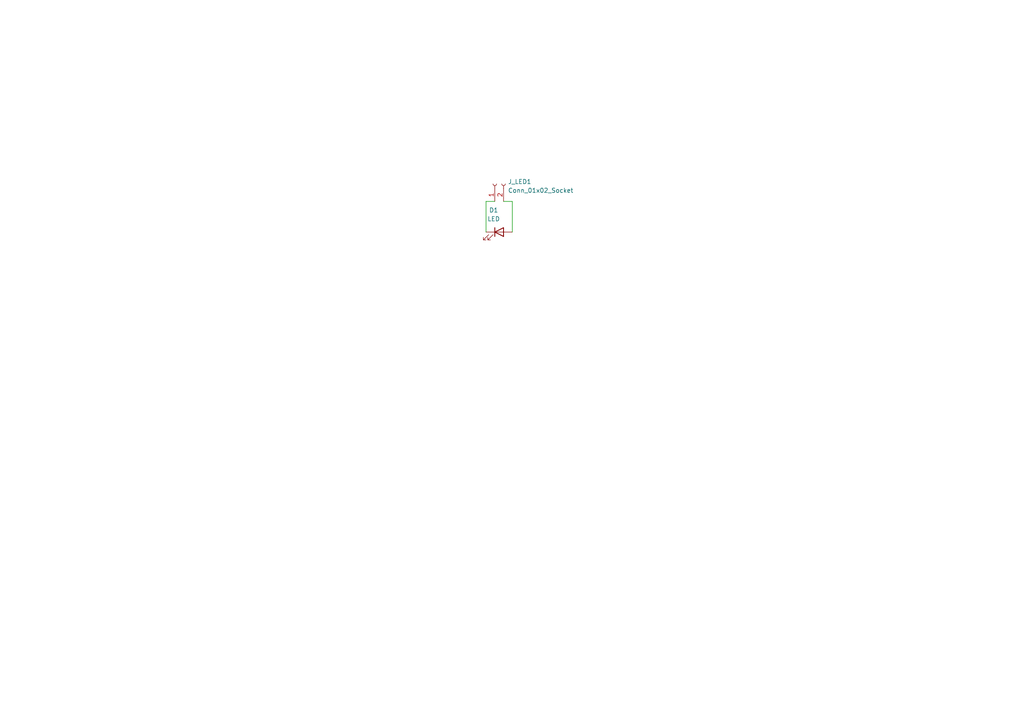
<source format=kicad_sch>
(kicad_sch (version 20231120) (generator "eeschema") (generator_version "8.0")
  (paper "A4")
  (lib_symbols
    (symbol "Connector:Conn_01x02_Socket" (pin_names (offset 1.016) hide)
      (property "Reference" "J" (at 0 2.54 0))
      (property "Value" "Conn_01x02_Socket" (at 0 -5.08 0))
      (symbol "Conn_01x02_Socket_1_1"
        (arc (start 0 -2.032) (mid -0.5058 -2.54) (end 0 -3.048) (stroke (width 0.1524)))
        (polyline (pts (xy -1.27 -2.54) (xy -0.508 -2.54)) (stroke (width 0.1524)))
        (polyline (pts (xy -1.27 0) (xy -0.508 0)) (stroke (width 0.1524)))
        (arc (start 0 0.508) (mid -0.5058 0) (end 0 -0.508) (stroke (width 0.1524)))
        (pin passive line (at -5.08 0 0) (length 3.81) (name "Pin_1") (number "1"))
        (pin passive line (at -5.08 -2.54 0) (length 3.81) (name "Pin_2") (number "2"))
      )
    )
    (symbol "Device:LED" (pin_numbers hide) (pin_names (offset 1.016) hide)
      (property "Reference" "D" (at 0 2.54 0))
      (property "Value" "LED" (at 0 -2.54 0))
      (symbol "LED_0_1"
        (polyline (pts (xy -1.27 -1.27) (xy -1.27 1.27)) (stroke (width 0.254)))
        (polyline (pts (xy -1.27 0) (xy 1.27 0)))
        (polyline (pts (xy 1.27 -1.27) (xy 1.27 1.27) (xy -1.27 0) (xy 1.27 -1.27)) (stroke (width 0.254)))
        (polyline (pts (xy -3.048 -0.762) (xy -4.572 -2.286) (xy -3.81 -2.286) (xy -4.572 -2.286) (xy -4.572 -1.524)))
        (polyline (pts (xy -1.778 -0.762) (xy -3.302 -2.286) (xy -2.54 -2.286) (xy -3.302 -2.286) (xy -3.302 -1.524)))
      )
      (symbol "LED_1_1"
        (pin passive line (at -3.81 0 0) (length 2.54) (name "K") (number "1"))
        (pin passive line (at 3.81 0 180) (length 2.54) (name "A") (number "2"))
      )
    )
  )
  (wire (pts (xy 148.59 58.42) (xy 148.59 67.31)))
  (wire (pts (xy 140.97 58.42) (xy 143.51 58.42)))
  (wire (pts (xy 146.05 58.42) (xy 148.59 58.42)))
  (wire (pts (xy 140.97 67.31) (xy 140.97 58.42)))
  (symbol (lib_id "Connector:Conn_01x02_Socket") (at 143.51 53.34 90) (unit 1)
    (property "Reference" "J_LED1" (at 147.32 52.7049 90) (effects (justify right)))
    (property "Value" "Conn_01x02_Socket" (at 147.32 55.2449 90) (effects (justify right)))
    (property "Footprint" "Connector_PinSocket_2.54mm:PinSocket_1x02_P2.54mm_Vertical" (effects (hide yes)))
    (property "Description" "Generic connector, single row, 01x02, script generated" (effects (hide yes)))
  )
  (symbol (lib_id "Device:LED") (at 144.78 67.31 0) (unit 1)
    (property "Reference" "D1" (at 143.1925 60.96 0))
    (property "Value" "LED" (at 143.1925 63.5 0))
    (property "Footprint" "LED_THT:LED_D5.0mm" (effects (hide yes)))
    (property "Description" "Light emitting diode" (effects (hide yes)))
  )
)
</source>
